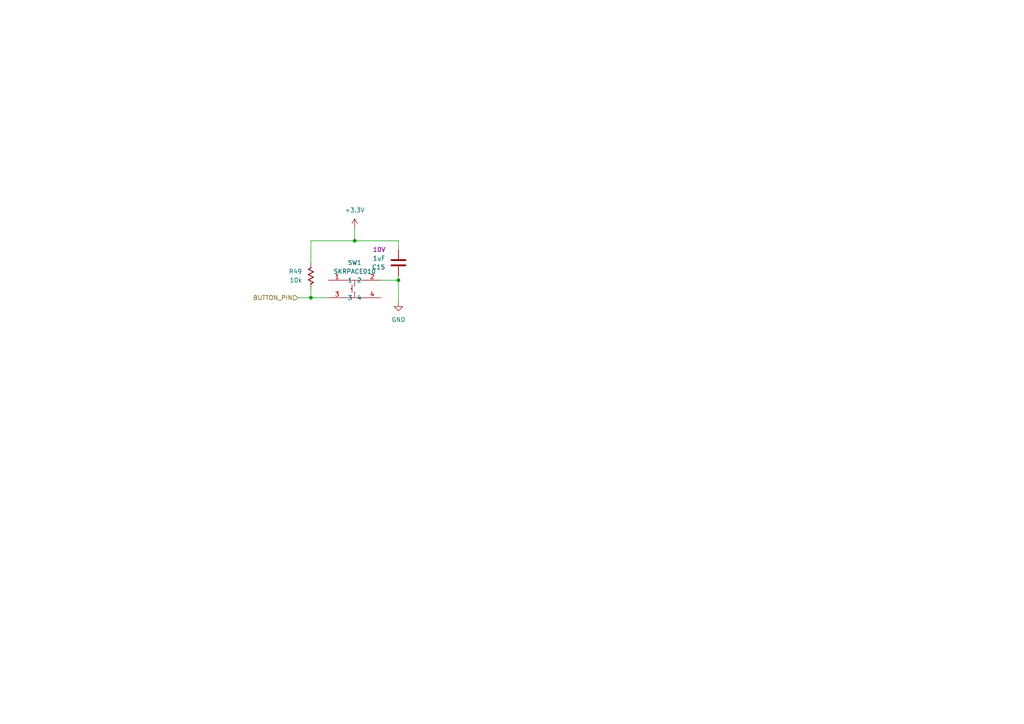
<source format=kicad_sch>
(kicad_sch (version 20250114) (generator "eeschema") (generator_version "9.0")
  (paper "A4")
  (lib_symbols
    (symbol "EasyEDA:+3.3V" (power) (pin_numbers (hide yes)) (pin_names (offset 0) (hide yes))
      (property "Value" "+3.3V" (at 0 3.556 0))
      (symbol "+3.3V_0_1"
        (polyline (pts (xy -0.762 1.27) (xy 0 2.54)))
        (polyline (pts (xy 0 2.54) (xy 0.762 1.27)))
        (polyline (pts (xy 0 0) (xy 0 2.54)))
      )
      (symbol "+3.3V_1_1"
        (pin power_in line (at 0 0 90) (length 0) (name "~") (number "1"))
      )
    )
    (symbol "EasyEDA:C_0603" (pin_numbers (hide yes)) (pin_names (offset 0.254))
      (property "Reference" "C" (at 0.635 2.54 0))
      (property "Value" "C_0603" (at 0.635 -2.54 0))
      (symbol "C_0603_0_1"
        (polyline (pts (xy -2.032 0.762) (xy 2.032 0.762)) (stroke (width 0.508)))
        (polyline (pts (xy -2.032 -0.762) (xy 2.032 -0.762)) (stroke (width 0.508)))
      )
      (symbol "C_0603_0_2"
        (polyline (pts (xy -2.54 -2.54) (xy -0.381 -0.381)))
        (polyline (pts (xy -0.508 -0.508) (xy -1.651 0.635)) (stroke (width 0.508)))
        (polyline (pts (xy -0.508 -0.508) (xy 0.635 -1.651)) (stroke (width 0.508)))
        (polyline (pts (xy 0.381 0.381) (xy 2.54 2.54)))
        (polyline (pts (xy 0.508 0.508) (xy -0.635 1.651)) (stroke (width 0.508)))
        (polyline (pts (xy 0.508 0.508) (xy 1.651 -0.635)) (stroke (width 0.508)))
      )
      (symbol "C_0603_1_1"
        (pin passive line (at 0 3.81 270) (length 2.794) (name "~") (number "1"))
        (pin passive line (at 0 -3.81 90) (length 2.794) (name "~") (number "2"))
      )
      (symbol "C_0603_1_2"
        (pin passive line (at -2.54 -2.54 90) (length 0) (name "~") (number "2"))
        (pin passive line (at 2.54 2.54 270) (length 0) (name "~") (number "1"))
      )
    )
    (symbol "EasyEDA:GND" (power) (pin_numbers (hide yes)) (pin_names (offset 0) (hide yes))
      (property "Value" "GND" (at 0 -3.81 0))
      (symbol "GND_0_1"
        (polyline (pts (xy 0 0) (xy 0 -1.27) (xy 1.27 -1.27) (xy 0 -2.54) (xy -1.27 -1.27) (xy 0 -1.27)))
      )
      (symbol "GND_1_1"
        (pin power_in line (at 0 0 270) (length 0) (name "~") (number "1"))
      )
    )
    (symbol "EasyEDA:R_0603" (pin_numbers (hide yes)) (pin_names (offset 0))
      (property "Reference" "R" (at 2.54 1.27 0))
      (property "Value" "R_0603" (at 2.54 -1.27 0))
      (symbol "R_0603_0_1"
        (polyline (pts (xy 0 2.286) (xy 0 2.54)) (stroke (width 0.254)))
        (polyline (pts (xy 0 2.286) (xy 0.762 1.905) (xy -0.762 1.143) (xy 0 0.762) (xy 0.762 0.381) (xy 0 0) (xy -0.762 -0.381) (xy 0 -0.762) (xy 0.762 -1.143) (xy 0 -1.524) (xy -0.762 -1.905) (xy 0 -2.286)) (stroke (width 0.254)))
        (polyline (pts (xy 0 -2.286) (xy 0 -2.54)) (stroke (width 0.254)))
      )
      (symbol "R_0603_0_2"
        (polyline (pts (xy -2.54 -2.54) (xy -1.778 -1.778)))
        (polyline (pts (xy -1.778 -1.778) (xy -1.524 -1.524)) (stroke (width 0.254)))
        (polyline (pts (xy -1.524 -1.524) (xy -1.778 -0.762) (xy -1.016 -1.016)) (stroke (width 0.254)))
        (polyline (pts (xy -0.508 -0.508) (xy -0.762 0.254) (xy 0 0)) (stroke (width 0.254)))
        (polyline (pts (xy -0.508 -0.508) (xy -0.254 -1.27) (xy -1.016 -1.016)) (stroke (width 0.254)))
        (polyline (pts (xy 0.508 0.508) (xy 0.254 1.27) (xy 1.016 1.016)) (stroke (width 0.254)))
        (polyline (pts (xy 0.508 0.508) (xy 0.762 -0.254) (xy 0 0)) (stroke (width 0.254)))
        (polyline (pts (xy 1.524 1.524) (xy 1.778 0.762) (xy 1.016 1.016)) (stroke (width 0.254)))
        (polyline (pts (xy 1.778 1.778) (xy 1.524 1.524)) (stroke (width 0.254)))
        (polyline (pts (xy 1.778 1.778) (xy 2.54 2.54)))
      )
      (symbol "R_0603_1_1"
        (pin passive line (at 0 3.81 270) (length 1.27) (name "~") (number "1"))
        (pin passive line (at 0 -3.81 90) (length 1.27) (name "~") (number "2"))
      )
      (symbol "R_0603_1_2"
        (pin passive line (at -2.54 -2.54 0) (length 0) (name "") (number "2"))
        (pin passive line (at 2.54 2.54 180) (length 0) (name "") (number "1"))
      )
    )
    (symbol "EasyEDA:SKRPACE010"
      (property "Reference" "SW" (at 0 6.35 0))
      (property "Value" "SKRPACE010" (at 0 -8.89 0))
      (symbol "SKRPACE010_0_1"
        (polyline (pts (xy -2.54 1.27) (xy 2.54 1.27)))
        (polyline (pts (xy -2.54 -3.81) (xy 2.54 -3.81)))
        (polyline (pts (xy -0.76 0) (xy -0.76 -2.29)))
        (polyline (pts (xy -0.76 -1.02) (xy -1.02 -1.02) (xy -1.02 -1.27) (xy -0.76 -1.27)))
        (polyline (pts (xy 0 1.27) (xy 0 0.25)))
        (polyline (pts (xy 0 0.25) (xy 0 -0.51)))
        (polyline (pts (xy 0 -3.81) (xy 0 -2.03)))
        (pin unspecified line (at -7.62 1.27 0) (length 5.08) (name "1") (number "1"))
        (pin unspecified line (at -7.62 -3.81 0) (length 5.08) (name "3") (number "3"))
        (pin unspecified line (at 7.62 1.27 180) (length 5.08) (name "2") (number "2"))
        (pin unspecified line (at 7.62 -3.81 180) (length 5.08) (name "4") (number "4"))
      )
    )
  )
  (junction (at 115.57 81.28))
  (junction (at 90.17 86.36))
  (junction (at 102.87 69.85))
  (wire (pts (xy 110.49 81.28) (xy 115.57 81.28)))
  (wire (pts (xy 90.17 69.85) (xy 102.87 69.85)))
  (wire (pts (xy 90.17 69.85) (xy 90.17 76.2)))
  (wire (pts (xy 102.87 69.85) (xy 115.57 69.85)))
  (wire (pts (xy 115.57 87.63) (xy 115.57 81.28)))
  (wire (pts (xy 115.57 69.85) (xy 115.57 72.39)))
  (wire (pts (xy 90.17 86.36) (xy 95.25 86.36)))
  (wire (pts (xy 102.87 66.04) (xy 102.87 69.85)))
  (wire (pts (xy 90.17 83.82) (xy 90.17 86.36)))
  (wire (pts (xy 86.36 86.36) (xy 90.17 86.36)))
  (wire (pts (xy 115.57 81.28) (xy 115.57 80.01)))
  (hierarchical_label "BUTTON_PIN" (shape input) (at 86.36 86.36 180))
  (symbol (lib_id "EasyEDA:R_0603") (at 90.17 80.01 0) (mirror y) (unit 1)
    (property "Reference" "R49" (at 87.63 78.7399 0) (effects (justify left)))
    (property "Value" "10k" (at 87.63 81.2799 0) (effects (justify left)))
    (property "Footprint" "PCM_Resistor_SMD_AKL:R_0603_1608Metric" (effects (hide yes)))
    (property "Description" "SMD 0603 Chip Resistor, US Symbol, Alternate KiCad Library" (effects (hide yes)))
  )
  (symbol (lib_id "EasyEDA:GND") (at 115.57 87.63 0) (unit 1)
    (property "Reference" "#PWR075" (effects (hide yes)))
    (property "Value" "GND" (at 115.57 92.71 0))
    (property "Description" "Power symbol creates a global label with name \"GND\" , ground" (effects (hide yes)))
  )
  (symbol (lib_id "EasyEDA:+3.3V") (at 102.87 66.04 0) (mirror y) (unit 1)
    (property "Reference" "#PWR074" (effects (hide yes)))
    (property "Value" "+3.3V" (at 102.87 60.96 0))
    (property "Description" "Power symbol creates a global label with name \"+3.3V\"" (effects (hide yes)))
  )
  (symbol (lib_id "EasyEDA:C_0603") (at 115.57 76.2 180) (unit 1)
    (property "Reference" "C15" (at 111.76 77.4701 0) (effects (justify left)))
    (property "Value" "1uF" (at 111.76 74.9301 0) (effects (justify left)))
    (property "Footprint" "PCM_Capacitor_SMD_AKL:C_0603_1608Metric" (effects (hide yes)))
    (property "Description" "SMD 0603 MLCC capacitor, Alternate KiCad Library" (effects (hide yes)))
    (property "Vol" "10V" (at 109.982 72.39 0))
  )
  (symbol (lib_id "EasyEDA:SKRPACE010") (at 102.87 82.55 0) (unit 1)
    (property "Reference" "SW1" (at 102.87 76.2 0))
    (property "Value" "SKRPACE010" (at 102.87 78.74 0))
    (property "Footprint" "EasyEDA:KEY-SMD_4P-L4.2-W3.2-P2.20-LS4.6" (effects (hide yes)))
    (property "Datasheet" "https://lcsc.com/product-detail/Tactile-Switches_ALPS_SKRPACE010_SKRPACE010_C139797.html" (effects (hide yes)))
    (property "LCSC Part" "C139797" (effects (hide yes)))
  )
)
</source>
